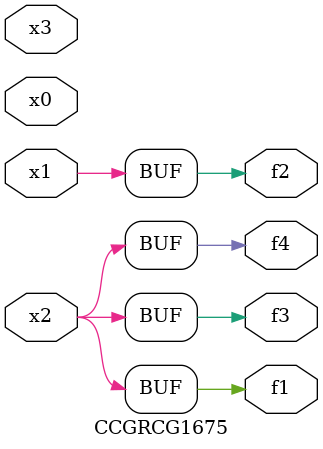
<source format=v>
module CCGRCG1675(
	input x0, x1, x2, x3,
	output f1, f2, f3, f4
);
	assign f1 = x2;
	assign f2 = x1;
	assign f3 = x2;
	assign f4 = x2;
endmodule

</source>
